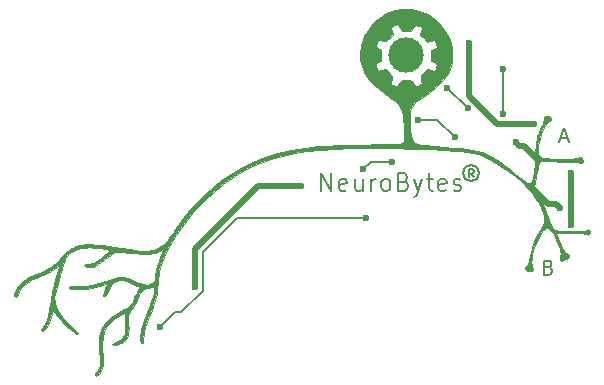
<source format=gbr>
G04 #@! TF.FileFunction,Copper,L1,Top,Signal*
%FSLAX46Y46*%
G04 Gerber Fmt 4.6, Leading zero omitted, Abs format (unit mm)*
G04 Created by KiCad (PCBNEW 4.0.7-e2-6376~58~ubuntu14.04.1) date Mon Aug  6 16:33:39 2018*
%MOMM*%
%LPD*%
G01*
G04 APERTURE LIST*
%ADD10C,0.100000*%
%ADD11C,0.170000*%
%ADD12C,0.210000*%
%ADD13C,0.140000*%
%ADD14C,0.010000*%
%ADD15C,3.000000*%
%ADD16C,0.600000*%
%ADD17C,0.500000*%
%ADD18C,0.200000*%
G04 APERTURE END LIST*
D10*
D11*
X138555714Y-87454286D02*
X138727143Y-87511429D01*
X138784286Y-87568571D01*
X138841429Y-87682857D01*
X138841429Y-87854286D01*
X138784286Y-87968571D01*
X138727143Y-88025714D01*
X138612857Y-88082857D01*
X138155714Y-88082857D01*
X138155714Y-86882857D01*
X138555714Y-86882857D01*
X138670000Y-86940000D01*
X138727143Y-86997143D01*
X138784286Y-87111429D01*
X138784286Y-87225714D01*
X138727143Y-87340000D01*
X138670000Y-87397143D01*
X138555714Y-87454286D01*
X138155714Y-87454286D01*
X139584286Y-76540000D02*
X140155715Y-76540000D01*
X139470001Y-76882857D02*
X139870001Y-75682857D01*
X140270001Y-76882857D01*
D12*
X119307143Y-80978571D02*
X119307143Y-79478571D01*
X120164286Y-80978571D01*
X120164286Y-79478571D01*
X121450000Y-80907143D02*
X121307143Y-80978571D01*
X121021429Y-80978571D01*
X120878572Y-80907143D01*
X120807143Y-80764286D01*
X120807143Y-80192857D01*
X120878572Y-80050000D01*
X121021429Y-79978571D01*
X121307143Y-79978571D01*
X121450000Y-80050000D01*
X121521429Y-80192857D01*
X121521429Y-80335714D01*
X120807143Y-80478571D01*
X122807143Y-79978571D02*
X122807143Y-80978571D01*
X122164286Y-79978571D02*
X122164286Y-80764286D01*
X122235714Y-80907143D01*
X122378572Y-80978571D01*
X122592857Y-80978571D01*
X122735714Y-80907143D01*
X122807143Y-80835714D01*
X123521429Y-80978571D02*
X123521429Y-79978571D01*
X123521429Y-80264286D02*
X123592857Y-80121429D01*
X123664286Y-80050000D01*
X123807143Y-79978571D01*
X123950000Y-79978571D01*
X124664286Y-80978571D02*
X124521428Y-80907143D01*
X124450000Y-80835714D01*
X124378571Y-80692857D01*
X124378571Y-80264286D01*
X124450000Y-80121429D01*
X124521428Y-80050000D01*
X124664286Y-79978571D01*
X124878571Y-79978571D01*
X125021428Y-80050000D01*
X125092857Y-80121429D01*
X125164286Y-80264286D01*
X125164286Y-80692857D01*
X125092857Y-80835714D01*
X125021428Y-80907143D01*
X124878571Y-80978571D01*
X124664286Y-80978571D01*
X126307143Y-80192857D02*
X126521429Y-80264286D01*
X126592857Y-80335714D01*
X126664286Y-80478571D01*
X126664286Y-80692857D01*
X126592857Y-80835714D01*
X126521429Y-80907143D01*
X126378571Y-80978571D01*
X125807143Y-80978571D01*
X125807143Y-79478571D01*
X126307143Y-79478571D01*
X126450000Y-79550000D01*
X126521429Y-79621429D01*
X126592857Y-79764286D01*
X126592857Y-79907143D01*
X126521429Y-80050000D01*
X126450000Y-80121429D01*
X126307143Y-80192857D01*
X125807143Y-80192857D01*
X127164286Y-79978571D02*
X127521429Y-80978571D01*
X127878571Y-79978571D02*
X127521429Y-80978571D01*
X127378571Y-81335714D01*
X127307143Y-81407143D01*
X127164286Y-81478571D01*
X128235714Y-79978571D02*
X128807143Y-79978571D01*
X128450000Y-79478571D02*
X128450000Y-80764286D01*
X128521428Y-80907143D01*
X128664286Y-80978571D01*
X128807143Y-80978571D01*
X129878571Y-80907143D02*
X129735714Y-80978571D01*
X129450000Y-80978571D01*
X129307143Y-80907143D01*
X129235714Y-80764286D01*
X129235714Y-80192857D01*
X129307143Y-80050000D01*
X129450000Y-79978571D01*
X129735714Y-79978571D01*
X129878571Y-80050000D01*
X129950000Y-80192857D01*
X129950000Y-80335714D01*
X129235714Y-80478571D01*
X130521428Y-80907143D02*
X130664285Y-80978571D01*
X130950000Y-80978571D01*
X131092857Y-80907143D01*
X131164285Y-80764286D01*
X131164285Y-80692857D01*
X131092857Y-80550000D01*
X130950000Y-80478571D01*
X130735714Y-80478571D01*
X130592857Y-80407143D01*
X130521428Y-80264286D01*
X130521428Y-80192857D01*
X130592857Y-80050000D01*
X130735714Y-79978571D01*
X130950000Y-79978571D01*
X131092857Y-80050000D01*
D13*
X132238095Y-79809524D02*
X132000000Y-79523810D01*
X131809524Y-79809524D02*
X131809524Y-79142857D01*
X132095238Y-79142857D01*
X132190476Y-79190476D01*
X132238095Y-79285714D01*
X132238095Y-79380952D01*
X132190476Y-79476190D01*
X132095238Y-79523810D01*
X131809524Y-79523810D01*
X132000000Y-78809524D02*
X131761905Y-78857143D01*
X131523809Y-79000000D01*
X131380952Y-79238095D01*
X131333333Y-79476190D01*
X131380952Y-79714286D01*
X131523809Y-79952381D01*
X131761905Y-80095238D01*
X132000000Y-80142857D01*
X132238095Y-80095238D01*
X132476190Y-79952381D01*
X132619047Y-79714286D01*
X132666667Y-79476190D01*
X132619047Y-79238095D01*
X132476190Y-79000000D01*
X132238095Y-78857143D01*
X132000000Y-78809524D01*
D14*
G36*
X126989298Y-65598105D02*
X127585206Y-65717300D01*
X128123268Y-65913393D01*
X128618197Y-66193675D01*
X129084707Y-66565438D01*
X129237691Y-66712201D01*
X129654444Y-67185662D01*
X129976110Y-67681269D01*
X130208700Y-68211100D01*
X130358228Y-68787234D01*
X130397168Y-69041607D01*
X130422045Y-69602973D01*
X130352803Y-70143975D01*
X130188481Y-70666078D01*
X129928118Y-71170749D01*
X129570755Y-71659453D01*
X129115430Y-72133654D01*
X128561183Y-72594819D01*
X127907054Y-73044413D01*
X127683800Y-73181693D01*
X127369954Y-73398530D01*
X127138451Y-73628810D01*
X126970234Y-73892372D01*
X126940272Y-73955800D01*
X126868621Y-74185210D01*
X126822164Y-74481850D01*
X126799562Y-74825772D01*
X126799478Y-75197029D01*
X126820575Y-75575675D01*
X126861513Y-75941764D01*
X126920955Y-76275349D01*
X126997563Y-76556484D01*
X127090000Y-76765222D01*
X127132792Y-76825996D01*
X127270768Y-76943176D01*
X127435030Y-77024789D01*
X127445765Y-77027982D01*
X127546228Y-77045946D01*
X127732330Y-77069360D01*
X127988351Y-77096637D01*
X128298574Y-77126190D01*
X128647281Y-77156433D01*
X128979200Y-77182791D01*
X129774730Y-77247414D01*
X130477282Y-77313965D01*
X131095475Y-77383991D01*
X131637928Y-77459043D01*
X132113262Y-77540669D01*
X132530096Y-77630417D01*
X132897052Y-77729836D01*
X133222748Y-77840476D01*
X133515805Y-77963885D01*
X133627400Y-78017966D01*
X133967779Y-78209876D01*
X134370205Y-78473234D01*
X134828850Y-78803885D01*
X135337889Y-79197674D01*
X135745062Y-79528496D01*
X136089790Y-79809841D01*
X136368362Y-80026087D01*
X136589471Y-80180839D01*
X136761810Y-80277703D01*
X136894071Y-80320282D01*
X136994948Y-80312182D01*
X137073132Y-80257009D01*
X137137318Y-80158367D01*
X137157986Y-80114461D01*
X137218471Y-79952072D01*
X137268713Y-79755738D01*
X137310199Y-79513391D01*
X137344419Y-79212964D01*
X137372862Y-78842390D01*
X137397017Y-78389603D01*
X137410178Y-78070600D01*
X137430661Y-77616350D01*
X137457347Y-77241460D01*
X137495010Y-76923697D01*
X137548425Y-76640831D01*
X137622366Y-76370631D01*
X137721608Y-76090866D01*
X137850923Y-75779304D01*
X137950124Y-75556375D01*
X138048339Y-75324978D01*
X138128409Y-75109349D01*
X138181016Y-74936319D01*
X138197120Y-74845175D01*
X138210966Y-74724062D01*
X138261647Y-74670314D01*
X138369910Y-74650813D01*
X138546153Y-74663997D01*
X138678305Y-74728509D01*
X138755197Y-74825172D01*
X138765660Y-74934806D01*
X138698526Y-75038236D01*
X138623383Y-75086055D01*
X138433982Y-75225817D01*
X138251144Y-75454777D01*
X138081294Y-75760533D01*
X137930857Y-76130684D01*
X137806259Y-76552828D01*
X137761885Y-76748898D01*
X137692836Y-77174263D01*
X137674110Y-77531916D01*
X137705126Y-77816352D01*
X137785304Y-78022064D01*
X137908428Y-78140606D01*
X138007646Y-78168379D01*
X138190193Y-78195852D01*
X138437802Y-78221891D01*
X138732205Y-78245361D01*
X139055136Y-78265124D01*
X139388327Y-78280046D01*
X139713510Y-78288991D01*
X140012419Y-78290823D01*
X140240486Y-78285596D01*
X140586273Y-78263908D01*
X140837389Y-78231664D01*
X141000304Y-78187973D01*
X141022991Y-78177723D01*
X141180443Y-78111758D01*
X141283668Y-78111152D01*
X141360697Y-78181630D01*
X141403441Y-78255441D01*
X141455491Y-78393805D01*
X141442334Y-78508128D01*
X141431234Y-78534841D01*
X141351990Y-78633503D01*
X141238648Y-78643277D01*
X141090520Y-78570993D01*
X141037057Y-78543761D01*
X140961975Y-78523226D01*
X140852020Y-78508604D01*
X140693936Y-78499109D01*
X140474470Y-78493956D01*
X140180367Y-78492360D01*
X139798371Y-78493536D01*
X139784208Y-78493612D01*
X139426763Y-78493738D01*
X139084026Y-78490502D01*
X138775622Y-78484348D01*
X138521174Y-78475716D01*
X138340307Y-78465048D01*
X138290302Y-78459978D01*
X138111315Y-78445451D01*
X137965926Y-78448286D01*
X137896601Y-78463684D01*
X137820382Y-78529953D01*
X137752909Y-78644994D01*
X137690345Y-78820613D01*
X137628854Y-79068614D01*
X137564600Y-79400802D01*
X137534028Y-79579298D01*
X137484099Y-79862282D01*
X137432871Y-80123053D01*
X137385200Y-80338817D01*
X137345940Y-80486782D01*
X137332807Y-80523998D01*
X137283579Y-80666611D01*
X137259959Y-80783781D01*
X137259600Y-80794042D01*
X137287111Y-80869863D01*
X137362359Y-81009838D01*
X137474415Y-81195171D01*
X137612351Y-81407063D01*
X137638362Y-81445511D01*
X137854662Y-81770150D01*
X138022797Y-82042542D01*
X138156778Y-82290791D01*
X138270616Y-82543004D01*
X138378320Y-82827288D01*
X138484678Y-83143297D01*
X138623149Y-83540793D01*
X138752215Y-83848274D01*
X138877007Y-84076280D01*
X139002655Y-84235350D01*
X139027981Y-84259494D01*
X139067649Y-84288322D01*
X139123555Y-84310745D01*
X139208261Y-84327700D01*
X139334328Y-84340124D01*
X139514317Y-84348951D01*
X139760791Y-84355119D01*
X140086312Y-84359563D01*
X140410035Y-84362491D01*
X140807236Y-84365115D01*
X141115434Y-84365377D01*
X141347212Y-84362549D01*
X141515155Y-84355902D01*
X141631845Y-84344710D01*
X141709866Y-84328244D01*
X141761802Y-84305778D01*
X141793626Y-84282476D01*
X141897382Y-84233211D01*
X141979434Y-84262722D01*
X142028322Y-84348702D01*
X142032588Y-84468843D01*
X141980771Y-84600839D01*
X141967278Y-84620522D01*
X141897489Y-84682677D01*
X141809925Y-84664406D01*
X141791548Y-84654952D01*
X141670233Y-84615878D01*
X141472951Y-84581807D01*
X141217612Y-84553256D01*
X140922126Y-84530742D01*
X140604401Y-84514781D01*
X140282348Y-84505891D01*
X139973876Y-84504590D01*
X139696895Y-84511393D01*
X139469315Y-84526819D01*
X139309045Y-84551384D01*
X139237664Y-84581215D01*
X139222472Y-84643595D01*
X139255596Y-84763079D01*
X139340821Y-84952455D01*
X139357373Y-84985767D01*
X139465743Y-85216411D01*
X139573808Y-85469584D01*
X139648897Y-85665200D01*
X139755672Y-85925658D01*
X139866186Y-86099792D01*
X139992352Y-86202546D01*
X140109157Y-86242731D01*
X140244271Y-86303982D01*
X140299188Y-86405493D01*
X140277247Y-86529697D01*
X140181789Y-86659027D01*
X140016155Y-86775917D01*
X140006855Y-86780731D01*
X139788874Y-86867711D01*
X139632665Y-86876697D01*
X139540868Y-86809298D01*
X139516122Y-86667124D01*
X139546519Y-86500114D01*
X139579306Y-86300182D01*
X139566516Y-86078696D01*
X139504523Y-85820588D01*
X139389701Y-85510789D01*
X139218424Y-85134230D01*
X139217248Y-85131800D01*
X139062742Y-84838602D01*
X138900172Y-84575389D01*
X138740201Y-84356032D01*
X138593492Y-84194402D01*
X138470706Y-84104372D01*
X138416772Y-84090400D01*
X138341472Y-84124622D01*
X138224432Y-84213900D01*
X138104121Y-84326052D01*
X137909351Y-84563670D01*
X137724602Y-84863351D01*
X137554883Y-85208179D01*
X137405201Y-85581244D01*
X137280566Y-85965629D01*
X137185985Y-86344424D01*
X137126468Y-86700713D01*
X137107021Y-87017583D01*
X137132655Y-87278122D01*
X137185492Y-87428281D01*
X137243678Y-87591658D01*
X137213582Y-87705252D01*
X137093774Y-87771629D01*
X136983871Y-87789398D01*
X136803385Y-87775105D01*
X136654186Y-87710733D01*
X136563491Y-87611480D01*
X136548400Y-87546203D01*
X136583568Y-87450499D01*
X136670900Y-87334756D01*
X136699479Y-87306074D01*
X136763078Y-87236868D01*
X136815560Y-87151393D01*
X136863654Y-87031148D01*
X136914087Y-86857633D01*
X136973585Y-86612347D01*
X137009807Y-86452677D01*
X137139176Y-85922128D01*
X137273560Y-85472268D01*
X137420588Y-85082219D01*
X137587890Y-84731102D01*
X137729033Y-84484388D01*
X137893109Y-84214455D01*
X138010958Y-84011565D01*
X138090213Y-83856613D01*
X138138507Y-83730494D01*
X138163474Y-83614104D01*
X138172749Y-83488337D01*
X138174000Y-83370769D01*
X138148329Y-83064285D01*
X138068101Y-82743639D01*
X137928491Y-82398512D01*
X137724673Y-82018585D01*
X137451821Y-81593539D01*
X137140002Y-81159556D01*
X136845537Y-80794961D01*
X136511253Y-80439036D01*
X136125843Y-80081799D01*
X135678000Y-79713266D01*
X135156415Y-79323456D01*
X134694005Y-79000185D01*
X134203014Y-78674414D01*
X133765954Y-78408573D01*
X133361445Y-78194843D01*
X132968110Y-78025406D01*
X132564572Y-77892445D01*
X132129453Y-77788141D01*
X131641375Y-77704678D01*
X131078960Y-77634237D01*
X130909600Y-77616231D01*
X130498754Y-77579134D01*
X129999285Y-77542934D01*
X129424167Y-77508103D01*
X128786378Y-77475116D01*
X128098891Y-77444444D01*
X127374682Y-77416562D01*
X126626728Y-77391941D01*
X125868003Y-77371056D01*
X125111483Y-77354380D01*
X124370144Y-77342385D01*
X123656961Y-77335544D01*
X123171070Y-77334076D01*
X121771717Y-77352007D01*
X120461873Y-77406833D01*
X119235689Y-77500386D01*
X118087315Y-77634499D01*
X117010904Y-77811004D01*
X116000605Y-78031732D01*
X115050569Y-78298516D01*
X114154947Y-78613189D01*
X113307891Y-78977581D01*
X112503551Y-79393526D01*
X111736079Y-79862856D01*
X110999624Y-80387402D01*
X110288338Y-80968997D01*
X109631442Y-81575205D01*
X109038218Y-82179314D01*
X108468782Y-82810137D01*
X107930755Y-83456870D01*
X107431759Y-84108713D01*
X106979416Y-84754862D01*
X106581347Y-85384517D01*
X106245173Y-85986875D01*
X105978517Y-86551134D01*
X105814951Y-86984313D01*
X105734866Y-87241332D01*
X105670847Y-87479825D01*
X105618619Y-87722988D01*
X105573907Y-87994015D01*
X105532436Y-88316103D01*
X105489930Y-88712446D01*
X105482241Y-88789400D01*
X105446132Y-89140396D01*
X105410876Y-89436608D01*
X105371767Y-89696125D01*
X105324100Y-89937033D01*
X105263169Y-90177421D01*
X105184268Y-90435375D01*
X105082693Y-90728984D01*
X104953737Y-91076336D01*
X104792695Y-91495517D01*
X104748754Y-91608800D01*
X104564294Y-92101944D01*
X104424882Y-92518001D01*
X104327372Y-92869323D01*
X104268616Y-93168263D01*
X104245465Y-93427173D01*
X104247725Y-93574942D01*
X104254126Y-93741263D01*
X104243185Y-93831834D01*
X104207108Y-93872055D01*
X104152495Y-93885397D01*
X104068935Y-93870835D01*
X104015610Y-93792210D01*
X103990153Y-93639552D01*
X103990196Y-93402888D01*
X103999631Y-93241617D01*
X104025148Y-93017598D01*
X104073222Y-92772370D01*
X104147975Y-92492176D01*
X104253522Y-92163260D01*
X104393984Y-91771865D01*
X104573478Y-91304234D01*
X104599193Y-91238900D01*
X104793227Y-90728025D01*
X104941090Y-90294308D01*
X105046275Y-89926272D01*
X105112276Y-89612440D01*
X105128355Y-89500600D01*
X105151708Y-89326273D01*
X105174959Y-89177033D01*
X105183661Y-89130225D01*
X105194323Y-89054616D01*
X105165487Y-89041211D01*
X105073665Y-89083223D01*
X105054763Y-89092977D01*
X104907455Y-89148885D01*
X104722340Y-89193837D01*
X104659575Y-89203790D01*
X104449051Y-89243831D01*
X104278369Y-89311481D01*
X104135028Y-89420121D01*
X104006529Y-89583130D01*
X103880370Y-89813888D01*
X103744053Y-90125776D01*
X103703103Y-90227594D01*
X103563244Y-90541957D01*
X103416869Y-90787224D01*
X103273458Y-90965159D01*
X103130641Y-91134416D01*
X103032183Y-91292275D01*
X102972878Y-91461159D01*
X102947517Y-91663493D01*
X102950895Y-91921701D01*
X102976460Y-92244206D01*
X103001615Y-92638050D01*
X102990666Y-92952959D01*
X102939882Y-93206302D01*
X102845532Y-93415450D01*
X102703884Y-93597772D01*
X102680586Y-93621626D01*
X102517559Y-93758373D01*
X102328103Y-93877087D01*
X102130488Y-93971644D01*
X101942988Y-94035921D01*
X101783872Y-94063793D01*
X101671412Y-94049137D01*
X101623880Y-93985830D01*
X101623400Y-93975953D01*
X101651581Y-93910614D01*
X101745791Y-93841698D01*
X101920526Y-93759325D01*
X101973082Y-93737659D01*
X102288707Y-93582489D01*
X102510255Y-93408846D01*
X102644438Y-93211095D01*
X102665450Y-93156229D01*
X102678511Y-93069635D01*
X102689034Y-92909466D01*
X102696945Y-92695097D01*
X102702170Y-92445901D01*
X102704636Y-92181252D01*
X102704270Y-91920525D01*
X102700998Y-91683092D01*
X102694748Y-91488328D01*
X102685445Y-91355608D01*
X102673016Y-91304304D01*
X102672464Y-91304219D01*
X102601343Y-91331399D01*
X102467077Y-91405354D01*
X102288960Y-91513477D01*
X102086287Y-91643161D01*
X101878351Y-91781797D01*
X101684447Y-91916779D01*
X101523869Y-92035498D01*
X101416132Y-92125140D01*
X101140947Y-92454781D01*
X100936555Y-92854091D01*
X100803834Y-93319016D01*
X100743661Y-93845507D01*
X100756916Y-94429511D01*
X100814891Y-94898646D01*
X100861660Y-95321025D01*
X100849074Y-95676431D01*
X100773243Y-95983017D01*
X100630279Y-96258937D01*
X100482470Y-96450080D01*
X100342981Y-96586662D01*
X100241228Y-96632816D01*
X100171987Y-96590184D01*
X100153966Y-96553296D01*
X100165693Y-96452206D01*
X100253040Y-96305933D01*
X100278338Y-96273382D01*
X100396156Y-96112600D01*
X100482602Y-95953434D01*
X100539437Y-95780087D01*
X100568418Y-95576764D01*
X100571304Y-95327667D01*
X100549853Y-95016999D01*
X100505825Y-94628964D01*
X100481854Y-94445322D01*
X100456041Y-93875360D01*
X100529421Y-93289589D01*
X100636783Y-92878800D01*
X100748966Y-92586032D01*
X100897419Y-92321294D01*
X101092735Y-92074112D01*
X101345503Y-91834014D01*
X101666317Y-91590529D01*
X102065768Y-91333184D01*
X102394150Y-91141282D01*
X102629371Y-91005217D01*
X102843900Y-90876096D01*
X103016131Y-90767263D01*
X103124460Y-90692062D01*
X103134372Y-90684082D01*
X103231648Y-90564473D01*
X103345894Y-90358903D01*
X103470080Y-90080132D01*
X103478482Y-90059400D01*
X103580493Y-89822217D01*
X103688849Y-89596223D01*
X103787600Y-89413602D01*
X103836461Y-89337038D01*
X103989702Y-89122677D01*
X103822551Y-89051152D01*
X103699241Y-88997644D01*
X103516128Y-88917310D01*
X103306224Y-88824651D01*
X103233183Y-88792277D01*
X103004498Y-88698196D01*
X102772640Y-88614945D01*
X102579353Y-88557223D01*
X102539484Y-88547984D01*
X102245281Y-88523477D01*
X101981330Y-88583167D01*
X101741909Y-88731024D01*
X101521294Y-88971020D01*
X101313765Y-89307125D01*
X101243719Y-89447035D01*
X101133922Y-89665024D01*
X101049721Y-89800976D01*
X100981679Y-89868225D01*
X100936155Y-89881600D01*
X100859883Y-89853247D01*
X100840231Y-89764082D01*
X100878176Y-89607941D01*
X100974695Y-89378664D01*
X101035836Y-89253295D01*
X101129246Y-89064082D01*
X101179301Y-88949318D01*
X101189809Y-88893464D01*
X101164580Y-88880980D01*
X101124736Y-88890655D01*
X100267529Y-89122708D01*
X99440363Y-89266947D01*
X98650859Y-89322086D01*
X98566854Y-89322656D01*
X98300882Y-89319300D01*
X98120804Y-89306497D01*
X98011069Y-89280439D01*
X97956129Y-89237317D01*
X97940433Y-89173322D01*
X97940400Y-89169198D01*
X97956571Y-89096176D01*
X98017012Y-89055554D01*
X98139618Y-89042605D01*
X98342282Y-89052596D01*
X98372200Y-89055059D01*
X98813651Y-89062210D01*
X99322781Y-89018116D01*
X99881672Y-88926275D01*
X100472411Y-88790183D01*
X101077082Y-88613335D01*
X101621978Y-88420840D01*
X101892649Y-88326468D01*
X102129690Y-88270968D01*
X102354611Y-88256298D01*
X102588926Y-88284413D01*
X102854147Y-88357270D01*
X103171787Y-88476826D01*
X103426800Y-88584967D01*
X103868941Y-88761292D01*
X104240424Y-88872358D01*
X104548161Y-88918521D01*
X104799061Y-88900137D01*
X105000039Y-88817563D01*
X105155721Y-88674072D01*
X105228654Y-88529019D01*
X105255600Y-88382803D01*
X105276686Y-88104024D01*
X105335202Y-87760176D01*
X105424032Y-87377504D01*
X105536064Y-86982254D01*
X105664181Y-86600671D01*
X105801270Y-86259001D01*
X105871780Y-86109700D01*
X105944215Y-85960692D01*
X105990229Y-85855447D01*
X105999916Y-85817600D01*
X105952584Y-85846369D01*
X105853518Y-85919609D01*
X105787786Y-85970964D01*
X105623840Y-86075797D01*
X105420304Y-86172646D01*
X105310901Y-86212264D01*
X105085527Y-86258963D01*
X104781712Y-86288303D01*
X104421096Y-86300425D01*
X104025321Y-86295470D01*
X103616026Y-86273578D01*
X103214851Y-86234891D01*
X102944200Y-86196880D01*
X102592293Y-86142935D01*
X102313252Y-86113825D01*
X102085198Y-86115889D01*
X101886254Y-86155467D01*
X101694540Y-86238899D01*
X101488178Y-86372525D01*
X101245290Y-86562685D01*
X101014292Y-86756125D01*
X100697487Y-87010843D01*
X100426876Y-87195219D01*
X100184866Y-87317991D01*
X99953861Y-87387895D01*
X99716269Y-87413670D01*
X99689168Y-87414184D01*
X99455772Y-87401753D01*
X99316060Y-87357120D01*
X99266857Y-87278770D01*
X99278260Y-87218014D01*
X99323871Y-87171163D01*
X99428749Y-87145831D01*
X99613071Y-87137361D01*
X99627905Y-87137284D01*
X99878791Y-87118925D01*
X100102561Y-87058114D01*
X100325356Y-86943380D01*
X100573313Y-86763255D01*
X100678211Y-86676431D01*
X100876239Y-86511421D01*
X101088894Y-86338843D01*
X101271358Y-86195051D01*
X101277251Y-86190523D01*
X101552544Y-85979246D01*
X101410172Y-85948943D01*
X100995252Y-85874297D01*
X100553994Y-85818798D01*
X100110270Y-85783663D01*
X99687952Y-85770109D01*
X99310913Y-85779351D01*
X99003026Y-85812606D01*
X98946200Y-85823421D01*
X98608146Y-85924989D01*
X98284208Y-86077979D01*
X97996291Y-86267967D01*
X97766303Y-86480532D01*
X97617690Y-86697989D01*
X97582250Y-86793933D01*
X97525839Y-86972567D01*
X97453022Y-87218241D01*
X97368362Y-87515306D01*
X97276424Y-87848112D01*
X97206167Y-88109025D01*
X97111315Y-88463586D01*
X97020727Y-88799146D01*
X96939013Y-89098865D01*
X96870784Y-89345899D01*
X96820651Y-89523405D01*
X96798699Y-89597573D01*
X96723430Y-90001912D01*
X96746699Y-90414824D01*
X96868893Y-90837111D01*
X97090397Y-91269575D01*
X97411597Y-91713018D01*
X97832879Y-92168242D01*
X98196084Y-92501752D01*
X98383293Y-92669032D01*
X98536743Y-92816067D01*
X98642687Y-92928922D01*
X98687382Y-92993666D01*
X98687637Y-93000050D01*
X98628031Y-93067084D01*
X98516885Y-93055951D01*
X98351383Y-92965529D01*
X98128713Y-92794699D01*
X98090409Y-92762242D01*
X97639861Y-92349179D01*
X97253973Y-91938785D01*
X96944340Y-91544022D01*
X96799201Y-91318720D01*
X96684337Y-91131165D01*
X96610235Y-91031620D01*
X96573845Y-91016428D01*
X96568800Y-91042598D01*
X96550077Y-91206635D01*
X96500058Y-91432722D01*
X96427962Y-91689737D01*
X96343010Y-91946557D01*
X96254423Y-92172062D01*
X96201086Y-92283689D01*
X96085481Y-92470797D01*
X95952482Y-92640306D01*
X95819900Y-92773878D01*
X95705547Y-92853175D01*
X95636924Y-92864531D01*
X95568853Y-92800252D01*
X95577693Y-92689722D01*
X95659992Y-92548857D01*
X95720404Y-92479467D01*
X95906906Y-92239650D01*
X96061427Y-91938526D01*
X96187144Y-91566597D01*
X96287234Y-91114365D01*
X96364872Y-90572331D01*
X96368300Y-90542000D01*
X96391155Y-90349844D01*
X96416402Y-90171213D01*
X96447377Y-89991304D01*
X96487416Y-89795315D01*
X96539856Y-89568443D01*
X96608034Y-89295885D01*
X96695285Y-88962840D01*
X96804948Y-88554503D01*
X96872127Y-88306800D01*
X96951936Y-88009470D01*
X97021556Y-87743095D01*
X97076812Y-87524225D01*
X97113531Y-87369411D01*
X97127538Y-87295205D01*
X97127568Y-87293995D01*
X97101175Y-87267699D01*
X97019555Y-87321751D01*
X96987900Y-87350016D01*
X96721956Y-87564786D01*
X96394847Y-87771299D01*
X95994214Y-87976403D01*
X95507700Y-88186947D01*
X95400400Y-88229761D01*
X95154291Y-88330882D01*
X94905590Y-88439875D01*
X94694360Y-88538943D01*
X94623566Y-88574829D01*
X94374435Y-88737864D01*
X94129632Y-88953630D01*
X93914062Y-89195650D01*
X93752632Y-89437441D01*
X93695737Y-89561304D01*
X93606893Y-89769917D01*
X93523845Y-89887383D01*
X93438420Y-89923191D01*
X93392350Y-89913473D01*
X93339196Y-89860104D01*
X93338086Y-89753467D01*
X93390893Y-89583337D01*
X93496031Y-89346654D01*
X93676781Y-89036821D01*
X93906914Y-88766767D01*
X94198789Y-88526703D01*
X94564765Y-88306836D01*
X95017201Y-88097377D01*
X95131663Y-88050887D01*
X95647327Y-87834649D01*
X96077397Y-87627700D01*
X96436194Y-87420903D01*
X96738041Y-87205121D01*
X96997257Y-86971217D01*
X97222800Y-86716766D01*
X97550154Y-86338753D01*
X97857902Y-86048815D01*
X98156158Y-85837872D01*
X98270600Y-85775795D01*
X98527520Y-85663698D01*
X98798400Y-85579687D01*
X99094113Y-85523635D01*
X99425536Y-85495412D01*
X99803542Y-85494890D01*
X100239006Y-85521941D01*
X100742804Y-85576436D01*
X101325810Y-85658246D01*
X101801200Y-85734069D01*
X102464666Y-85841525D01*
X103038173Y-85927784D01*
X103531223Y-85992399D01*
X103953313Y-86034926D01*
X104313944Y-86054919D01*
X104622616Y-86051933D01*
X104888828Y-86025522D01*
X105122080Y-85975240D01*
X105331871Y-85900643D01*
X105527703Y-85801284D01*
X105719073Y-85676718D01*
X105896160Y-85542036D01*
X106054949Y-85409952D01*
X106192768Y-85280968D01*
X106324344Y-85137695D01*
X106464408Y-84962743D01*
X106627690Y-84738723D01*
X106828917Y-84448245D01*
X106854992Y-84410035D01*
X107459740Y-83556614D01*
X108053738Y-82789394D01*
X108648817Y-82095514D01*
X109256806Y-81462118D01*
X109889535Y-80876345D01*
X110558834Y-80325337D01*
X110742000Y-80184899D01*
X111631808Y-79563555D01*
X112560197Y-79017214D01*
X113533624Y-78543562D01*
X114558545Y-78140284D01*
X115641415Y-77805067D01*
X116788691Y-77535597D01*
X118006828Y-77329559D01*
X119047800Y-77207780D01*
X119298427Y-77188173D01*
X119641532Y-77168104D01*
X120067994Y-77147860D01*
X120568693Y-77127724D01*
X121134509Y-77107983D01*
X121756322Y-77088921D01*
X122425012Y-77070822D01*
X123131458Y-77053973D01*
X123866542Y-77038658D01*
X124621141Y-77025162D01*
X125152518Y-77017001D01*
X125480051Y-77011869D01*
X125721856Y-77005821D01*
X125893799Y-76996759D01*
X126011746Y-76982585D01*
X126091563Y-76961202D01*
X126149115Y-76930511D01*
X126200267Y-76888415D01*
X126212903Y-76876800D01*
X126350169Y-76749800D01*
X126320396Y-75911600D01*
X126295725Y-75373951D01*
X126259356Y-74924116D01*
X126205292Y-74548470D01*
X126127539Y-74233386D01*
X126020102Y-73965238D01*
X125876988Y-73730402D01*
X125692201Y-73515252D01*
X125459746Y-73306161D01*
X125173629Y-73089504D01*
X125036480Y-72993295D01*
X124519027Y-72623506D01*
X124085281Y-72284594D01*
X123725668Y-71967175D01*
X123430612Y-71661867D01*
X123190536Y-71359288D01*
X122995867Y-71050054D01*
X122933904Y-70933010D01*
X122738143Y-70435241D01*
X122629726Y-69901013D01*
X122607784Y-69344267D01*
X122671443Y-68778944D01*
X122688435Y-68714821D01*
X123899200Y-68714821D01*
X123938382Y-68752405D01*
X124040055Y-68826131D01*
X124153200Y-68901200D01*
X124407200Y-69064191D01*
X124407148Y-69503395D01*
X124407096Y-69942600D01*
X124148966Y-70087581D01*
X124009776Y-70171224D01*
X123935126Y-70245035D01*
X123918958Y-70335643D01*
X123955214Y-70469678D01*
X124023428Y-70639332D01*
X124099808Y-70822135D01*
X124774016Y-70668347D01*
X125051442Y-70940473D01*
X125173309Y-71059180D01*
X125251823Y-71146702D01*
X125292875Y-71228321D01*
X125302354Y-71329317D01*
X125286152Y-71474973D01*
X125250157Y-71690569D01*
X125240109Y-71750247D01*
X125227435Y-71858190D01*
X125249091Y-71925379D01*
X125325732Y-71979346D01*
X125456159Y-72038235D01*
X125599659Y-72098587D01*
X125701304Y-72138855D01*
X125729966Y-72148288D01*
X125768191Y-72110507D01*
X125841228Y-72007771D01*
X125926667Y-71873000D01*
X126007975Y-71741875D01*
X126076887Y-71657805D01*
X126156958Y-71612731D01*
X126271742Y-71598594D01*
X126444792Y-71607334D01*
X126648350Y-71626076D01*
X126984500Y-71657831D01*
X127129252Y-71905681D01*
X127212076Y-72037847D01*
X127275993Y-72122346D01*
X127301340Y-72140265D01*
X127360480Y-72115415D01*
X127482161Y-72066223D01*
X127574942Y-72029210D01*
X127718029Y-71968562D01*
X127787186Y-71917043D01*
X127803372Y-71847477D01*
X127790455Y-71749810D01*
X127750526Y-71515527D01*
X127729543Y-71356677D01*
X127733242Y-71247955D01*
X127767361Y-71164055D01*
X127837636Y-71079673D01*
X127949807Y-70969503D01*
X127972375Y-70947449D01*
X128242657Y-70682298D01*
X128567471Y-70758072D01*
X128734802Y-70794541D01*
X128857213Y-70816380D01*
X128907150Y-70818982D01*
X128947646Y-70750275D01*
X129000600Y-70627377D01*
X129053381Y-70484951D01*
X129093361Y-70357659D01*
X129107910Y-70280163D01*
X129106172Y-70272755D01*
X129051468Y-70223853D01*
X128939211Y-70143724D01*
X128852101Y-70086845D01*
X128623781Y-69942600D01*
X128623690Y-69508771D01*
X128623600Y-69074943D01*
X128877600Y-68926600D01*
X129014426Y-68841400D01*
X129106641Y-68773854D01*
X129131600Y-68744902D01*
X129113533Y-68683083D01*
X129066972Y-68558929D01*
X129022759Y-68449649D01*
X128946208Y-68290467D01*
X128881405Y-68217589D01*
X128832259Y-68212411D01*
X128736326Y-68237412D01*
X128584911Y-68273051D01*
X128499551Y-68292136D01*
X128248503Y-68347199D01*
X127975746Y-68074442D01*
X127702989Y-67801684D01*
X127778885Y-67475142D01*
X127812669Y-67304433D01*
X127827267Y-67175283D01*
X127820091Y-67117179D01*
X127752702Y-67079734D01*
X127632740Y-67029583D01*
X127493810Y-66978762D01*
X127369521Y-66939307D01*
X127293478Y-66923252D01*
X127284499Y-66925365D01*
X127249517Y-66975125D01*
X127175773Y-67082903D01*
X127105391Y-67186700D01*
X126942319Y-67428000D01*
X126525659Y-67426559D01*
X126109000Y-67425118D01*
X125941754Y-67148746D01*
X125774509Y-66872373D01*
X125509954Y-66976640D01*
X125362679Y-67036184D01*
X125260185Y-67080449D01*
X125230285Y-67096000D01*
X125233205Y-67149168D01*
X125255552Y-67273572D01*
X125290755Y-67434647D01*
X125366340Y-67758200D01*
X124802908Y-68330750D01*
X124516154Y-68262184D01*
X124350458Y-68224499D01*
X124222233Y-68198835D01*
X124172155Y-68191809D01*
X124129321Y-68232603D01*
X124064183Y-68335418D01*
X123993353Y-68468423D01*
X123933444Y-68599788D01*
X123901068Y-68697681D01*
X123899200Y-68714821D01*
X122688435Y-68714821D01*
X122819831Y-68218988D01*
X123052078Y-67678338D01*
X123148342Y-67504200D01*
X123317717Y-67257232D01*
X123546231Y-66982275D01*
X123810143Y-66703341D01*
X124085710Y-66444443D01*
X124349189Y-66229593D01*
X124525793Y-66111097D01*
X125038081Y-65862853D01*
X125594046Y-65687183D01*
X126168090Y-65589418D01*
X126734613Y-65574889D01*
X126989298Y-65598105D01*
X126989298Y-65598105D01*
G37*
X126989298Y-65598105D02*
X127585206Y-65717300D01*
X128123268Y-65913393D01*
X128618197Y-66193675D01*
X129084707Y-66565438D01*
X129237691Y-66712201D01*
X129654444Y-67185662D01*
X129976110Y-67681269D01*
X130208700Y-68211100D01*
X130358228Y-68787234D01*
X130397168Y-69041607D01*
X130422045Y-69602973D01*
X130352803Y-70143975D01*
X130188481Y-70666078D01*
X129928118Y-71170749D01*
X129570755Y-71659453D01*
X129115430Y-72133654D01*
X128561183Y-72594819D01*
X127907054Y-73044413D01*
X127683800Y-73181693D01*
X127369954Y-73398530D01*
X127138451Y-73628810D01*
X126970234Y-73892372D01*
X126940272Y-73955800D01*
X126868621Y-74185210D01*
X126822164Y-74481850D01*
X126799562Y-74825772D01*
X126799478Y-75197029D01*
X126820575Y-75575675D01*
X126861513Y-75941764D01*
X126920955Y-76275349D01*
X126997563Y-76556484D01*
X127090000Y-76765222D01*
X127132792Y-76825996D01*
X127270768Y-76943176D01*
X127435030Y-77024789D01*
X127445765Y-77027982D01*
X127546228Y-77045946D01*
X127732330Y-77069360D01*
X127988351Y-77096637D01*
X128298574Y-77126190D01*
X128647281Y-77156433D01*
X128979200Y-77182791D01*
X129774730Y-77247414D01*
X130477282Y-77313965D01*
X131095475Y-77383991D01*
X131637928Y-77459043D01*
X132113262Y-77540669D01*
X132530096Y-77630417D01*
X132897052Y-77729836D01*
X133222748Y-77840476D01*
X133515805Y-77963885D01*
X133627400Y-78017966D01*
X133967779Y-78209876D01*
X134370205Y-78473234D01*
X134828850Y-78803885D01*
X135337889Y-79197674D01*
X135745062Y-79528496D01*
X136089790Y-79809841D01*
X136368362Y-80026087D01*
X136589471Y-80180839D01*
X136761810Y-80277703D01*
X136894071Y-80320282D01*
X136994948Y-80312182D01*
X137073132Y-80257009D01*
X137137318Y-80158367D01*
X137157986Y-80114461D01*
X137218471Y-79952072D01*
X137268713Y-79755738D01*
X137310199Y-79513391D01*
X137344419Y-79212964D01*
X137372862Y-78842390D01*
X137397017Y-78389603D01*
X137410178Y-78070600D01*
X137430661Y-77616350D01*
X137457347Y-77241460D01*
X137495010Y-76923697D01*
X137548425Y-76640831D01*
X137622366Y-76370631D01*
X137721608Y-76090866D01*
X137850923Y-75779304D01*
X137950124Y-75556375D01*
X138048339Y-75324978D01*
X138128409Y-75109349D01*
X138181016Y-74936319D01*
X138197120Y-74845175D01*
X138210966Y-74724062D01*
X138261647Y-74670314D01*
X138369910Y-74650813D01*
X138546153Y-74663997D01*
X138678305Y-74728509D01*
X138755197Y-74825172D01*
X138765660Y-74934806D01*
X138698526Y-75038236D01*
X138623383Y-75086055D01*
X138433982Y-75225817D01*
X138251144Y-75454777D01*
X138081294Y-75760533D01*
X137930857Y-76130684D01*
X137806259Y-76552828D01*
X137761885Y-76748898D01*
X137692836Y-77174263D01*
X137674110Y-77531916D01*
X137705126Y-77816352D01*
X137785304Y-78022064D01*
X137908428Y-78140606D01*
X138007646Y-78168379D01*
X138190193Y-78195852D01*
X138437802Y-78221891D01*
X138732205Y-78245361D01*
X139055136Y-78265124D01*
X139388327Y-78280046D01*
X139713510Y-78288991D01*
X140012419Y-78290823D01*
X140240486Y-78285596D01*
X140586273Y-78263908D01*
X140837389Y-78231664D01*
X141000304Y-78187973D01*
X141022991Y-78177723D01*
X141180443Y-78111758D01*
X141283668Y-78111152D01*
X141360697Y-78181630D01*
X141403441Y-78255441D01*
X141455491Y-78393805D01*
X141442334Y-78508128D01*
X141431234Y-78534841D01*
X141351990Y-78633503D01*
X141238648Y-78643277D01*
X141090520Y-78570993D01*
X141037057Y-78543761D01*
X140961975Y-78523226D01*
X140852020Y-78508604D01*
X140693936Y-78499109D01*
X140474470Y-78493956D01*
X140180367Y-78492360D01*
X139798371Y-78493536D01*
X139784208Y-78493612D01*
X139426763Y-78493738D01*
X139084026Y-78490502D01*
X138775622Y-78484348D01*
X138521174Y-78475716D01*
X138340307Y-78465048D01*
X138290302Y-78459978D01*
X138111315Y-78445451D01*
X137965926Y-78448286D01*
X137896601Y-78463684D01*
X137820382Y-78529953D01*
X137752909Y-78644994D01*
X137690345Y-78820613D01*
X137628854Y-79068614D01*
X137564600Y-79400802D01*
X137534028Y-79579298D01*
X137484099Y-79862282D01*
X137432871Y-80123053D01*
X137385200Y-80338817D01*
X137345940Y-80486782D01*
X137332807Y-80523998D01*
X137283579Y-80666611D01*
X137259959Y-80783781D01*
X137259600Y-80794042D01*
X137287111Y-80869863D01*
X137362359Y-81009838D01*
X137474415Y-81195171D01*
X137612351Y-81407063D01*
X137638362Y-81445511D01*
X137854662Y-81770150D01*
X138022797Y-82042542D01*
X138156778Y-82290791D01*
X138270616Y-82543004D01*
X138378320Y-82827288D01*
X138484678Y-83143297D01*
X138623149Y-83540793D01*
X138752215Y-83848274D01*
X138877007Y-84076280D01*
X139002655Y-84235350D01*
X139027981Y-84259494D01*
X139067649Y-84288322D01*
X139123555Y-84310745D01*
X139208261Y-84327700D01*
X139334328Y-84340124D01*
X139514317Y-84348951D01*
X139760791Y-84355119D01*
X140086312Y-84359563D01*
X140410035Y-84362491D01*
X140807236Y-84365115D01*
X141115434Y-84365377D01*
X141347212Y-84362549D01*
X141515155Y-84355902D01*
X141631845Y-84344710D01*
X141709866Y-84328244D01*
X141761802Y-84305778D01*
X141793626Y-84282476D01*
X141897382Y-84233211D01*
X141979434Y-84262722D01*
X142028322Y-84348702D01*
X142032588Y-84468843D01*
X141980771Y-84600839D01*
X141967278Y-84620522D01*
X141897489Y-84682677D01*
X141809925Y-84664406D01*
X141791548Y-84654952D01*
X141670233Y-84615878D01*
X141472951Y-84581807D01*
X141217612Y-84553256D01*
X140922126Y-84530742D01*
X140604401Y-84514781D01*
X140282348Y-84505891D01*
X139973876Y-84504590D01*
X139696895Y-84511393D01*
X139469315Y-84526819D01*
X139309045Y-84551384D01*
X139237664Y-84581215D01*
X139222472Y-84643595D01*
X139255596Y-84763079D01*
X139340821Y-84952455D01*
X139357373Y-84985767D01*
X139465743Y-85216411D01*
X139573808Y-85469584D01*
X139648897Y-85665200D01*
X139755672Y-85925658D01*
X139866186Y-86099792D01*
X139992352Y-86202546D01*
X140109157Y-86242731D01*
X140244271Y-86303982D01*
X140299188Y-86405493D01*
X140277247Y-86529697D01*
X140181789Y-86659027D01*
X140016155Y-86775917D01*
X140006855Y-86780731D01*
X139788874Y-86867711D01*
X139632665Y-86876697D01*
X139540868Y-86809298D01*
X139516122Y-86667124D01*
X139546519Y-86500114D01*
X139579306Y-86300182D01*
X139566516Y-86078696D01*
X139504523Y-85820588D01*
X139389701Y-85510789D01*
X139218424Y-85134230D01*
X139217248Y-85131800D01*
X139062742Y-84838602D01*
X138900172Y-84575389D01*
X138740201Y-84356032D01*
X138593492Y-84194402D01*
X138470706Y-84104372D01*
X138416772Y-84090400D01*
X138341472Y-84124622D01*
X138224432Y-84213900D01*
X138104121Y-84326052D01*
X137909351Y-84563670D01*
X137724602Y-84863351D01*
X137554883Y-85208179D01*
X137405201Y-85581244D01*
X137280566Y-85965629D01*
X137185985Y-86344424D01*
X137126468Y-86700713D01*
X137107021Y-87017583D01*
X137132655Y-87278122D01*
X137185492Y-87428281D01*
X137243678Y-87591658D01*
X137213582Y-87705252D01*
X137093774Y-87771629D01*
X136983871Y-87789398D01*
X136803385Y-87775105D01*
X136654186Y-87710733D01*
X136563491Y-87611480D01*
X136548400Y-87546203D01*
X136583568Y-87450499D01*
X136670900Y-87334756D01*
X136699479Y-87306074D01*
X136763078Y-87236868D01*
X136815560Y-87151393D01*
X136863654Y-87031148D01*
X136914087Y-86857633D01*
X136973585Y-86612347D01*
X137009807Y-86452677D01*
X137139176Y-85922128D01*
X137273560Y-85472268D01*
X137420588Y-85082219D01*
X137587890Y-84731102D01*
X137729033Y-84484388D01*
X137893109Y-84214455D01*
X138010958Y-84011565D01*
X138090213Y-83856613D01*
X138138507Y-83730494D01*
X138163474Y-83614104D01*
X138172749Y-83488337D01*
X138174000Y-83370769D01*
X138148329Y-83064285D01*
X138068101Y-82743639D01*
X137928491Y-82398512D01*
X137724673Y-82018585D01*
X137451821Y-81593539D01*
X137140002Y-81159556D01*
X136845537Y-80794961D01*
X136511253Y-80439036D01*
X136125843Y-80081799D01*
X135678000Y-79713266D01*
X135156415Y-79323456D01*
X134694005Y-79000185D01*
X134203014Y-78674414D01*
X133765954Y-78408573D01*
X133361445Y-78194843D01*
X132968110Y-78025406D01*
X132564572Y-77892445D01*
X132129453Y-77788141D01*
X131641375Y-77704678D01*
X131078960Y-77634237D01*
X130909600Y-77616231D01*
X130498754Y-77579134D01*
X129999285Y-77542934D01*
X129424167Y-77508103D01*
X128786378Y-77475116D01*
X128098891Y-77444444D01*
X127374682Y-77416562D01*
X126626728Y-77391941D01*
X125868003Y-77371056D01*
X125111483Y-77354380D01*
X124370144Y-77342385D01*
X123656961Y-77335544D01*
X123171070Y-77334076D01*
X121771717Y-77352007D01*
X120461873Y-77406833D01*
X119235689Y-77500386D01*
X118087315Y-77634499D01*
X117010904Y-77811004D01*
X116000605Y-78031732D01*
X115050569Y-78298516D01*
X114154947Y-78613189D01*
X113307891Y-78977581D01*
X112503551Y-79393526D01*
X111736079Y-79862856D01*
X110999624Y-80387402D01*
X110288338Y-80968997D01*
X109631442Y-81575205D01*
X109038218Y-82179314D01*
X108468782Y-82810137D01*
X107930755Y-83456870D01*
X107431759Y-84108713D01*
X106979416Y-84754862D01*
X106581347Y-85384517D01*
X106245173Y-85986875D01*
X105978517Y-86551134D01*
X105814951Y-86984313D01*
X105734866Y-87241332D01*
X105670847Y-87479825D01*
X105618619Y-87722988D01*
X105573907Y-87994015D01*
X105532436Y-88316103D01*
X105489930Y-88712446D01*
X105482241Y-88789400D01*
X105446132Y-89140396D01*
X105410876Y-89436608D01*
X105371767Y-89696125D01*
X105324100Y-89937033D01*
X105263169Y-90177421D01*
X105184268Y-90435375D01*
X105082693Y-90728984D01*
X104953737Y-91076336D01*
X104792695Y-91495517D01*
X104748754Y-91608800D01*
X104564294Y-92101944D01*
X104424882Y-92518001D01*
X104327372Y-92869323D01*
X104268616Y-93168263D01*
X104245465Y-93427173D01*
X104247725Y-93574942D01*
X104254126Y-93741263D01*
X104243185Y-93831834D01*
X104207108Y-93872055D01*
X104152495Y-93885397D01*
X104068935Y-93870835D01*
X104015610Y-93792210D01*
X103990153Y-93639552D01*
X103990196Y-93402888D01*
X103999631Y-93241617D01*
X104025148Y-93017598D01*
X104073222Y-92772370D01*
X104147975Y-92492176D01*
X104253522Y-92163260D01*
X104393984Y-91771865D01*
X104573478Y-91304234D01*
X104599193Y-91238900D01*
X104793227Y-90728025D01*
X104941090Y-90294308D01*
X105046275Y-89926272D01*
X105112276Y-89612440D01*
X105128355Y-89500600D01*
X105151708Y-89326273D01*
X105174959Y-89177033D01*
X105183661Y-89130225D01*
X105194323Y-89054616D01*
X105165487Y-89041211D01*
X105073665Y-89083223D01*
X105054763Y-89092977D01*
X104907455Y-89148885D01*
X104722340Y-89193837D01*
X104659575Y-89203790D01*
X104449051Y-89243831D01*
X104278369Y-89311481D01*
X104135028Y-89420121D01*
X104006529Y-89583130D01*
X103880370Y-89813888D01*
X103744053Y-90125776D01*
X103703103Y-90227594D01*
X103563244Y-90541957D01*
X103416869Y-90787224D01*
X103273458Y-90965159D01*
X103130641Y-91134416D01*
X103032183Y-91292275D01*
X102972878Y-91461159D01*
X102947517Y-91663493D01*
X102950895Y-91921701D01*
X102976460Y-92244206D01*
X103001615Y-92638050D01*
X102990666Y-92952959D01*
X102939882Y-93206302D01*
X102845532Y-93415450D01*
X102703884Y-93597772D01*
X102680586Y-93621626D01*
X102517559Y-93758373D01*
X102328103Y-93877087D01*
X102130488Y-93971644D01*
X101942988Y-94035921D01*
X101783872Y-94063793D01*
X101671412Y-94049137D01*
X101623880Y-93985830D01*
X101623400Y-93975953D01*
X101651581Y-93910614D01*
X101745791Y-93841698D01*
X101920526Y-93759325D01*
X101973082Y-93737659D01*
X102288707Y-93582489D01*
X102510255Y-93408846D01*
X102644438Y-93211095D01*
X102665450Y-93156229D01*
X102678511Y-93069635D01*
X102689034Y-92909466D01*
X102696945Y-92695097D01*
X102702170Y-92445901D01*
X102704636Y-92181252D01*
X102704270Y-91920525D01*
X102700998Y-91683092D01*
X102694748Y-91488328D01*
X102685445Y-91355608D01*
X102673016Y-91304304D01*
X102672464Y-91304219D01*
X102601343Y-91331399D01*
X102467077Y-91405354D01*
X102288960Y-91513477D01*
X102086287Y-91643161D01*
X101878351Y-91781797D01*
X101684447Y-91916779D01*
X101523869Y-92035498D01*
X101416132Y-92125140D01*
X101140947Y-92454781D01*
X100936555Y-92854091D01*
X100803834Y-93319016D01*
X100743661Y-93845507D01*
X100756916Y-94429511D01*
X100814891Y-94898646D01*
X100861660Y-95321025D01*
X100849074Y-95676431D01*
X100773243Y-95983017D01*
X100630279Y-96258937D01*
X100482470Y-96450080D01*
X100342981Y-96586662D01*
X100241228Y-96632816D01*
X100171987Y-96590184D01*
X100153966Y-96553296D01*
X100165693Y-96452206D01*
X100253040Y-96305933D01*
X100278338Y-96273382D01*
X100396156Y-96112600D01*
X100482602Y-95953434D01*
X100539437Y-95780087D01*
X100568418Y-95576764D01*
X100571304Y-95327667D01*
X100549853Y-95016999D01*
X100505825Y-94628964D01*
X100481854Y-94445322D01*
X100456041Y-93875360D01*
X100529421Y-93289589D01*
X100636783Y-92878800D01*
X100748966Y-92586032D01*
X100897419Y-92321294D01*
X101092735Y-92074112D01*
X101345503Y-91834014D01*
X101666317Y-91590529D01*
X102065768Y-91333184D01*
X102394150Y-91141282D01*
X102629371Y-91005217D01*
X102843900Y-90876096D01*
X103016131Y-90767263D01*
X103124460Y-90692062D01*
X103134372Y-90684082D01*
X103231648Y-90564473D01*
X103345894Y-90358903D01*
X103470080Y-90080132D01*
X103478482Y-90059400D01*
X103580493Y-89822217D01*
X103688849Y-89596223D01*
X103787600Y-89413602D01*
X103836461Y-89337038D01*
X103989702Y-89122677D01*
X103822551Y-89051152D01*
X103699241Y-88997644D01*
X103516128Y-88917310D01*
X103306224Y-88824651D01*
X103233183Y-88792277D01*
X103004498Y-88698196D01*
X102772640Y-88614945D01*
X102579353Y-88557223D01*
X102539484Y-88547984D01*
X102245281Y-88523477D01*
X101981330Y-88583167D01*
X101741909Y-88731024D01*
X101521294Y-88971020D01*
X101313765Y-89307125D01*
X101243719Y-89447035D01*
X101133922Y-89665024D01*
X101049721Y-89800976D01*
X100981679Y-89868225D01*
X100936155Y-89881600D01*
X100859883Y-89853247D01*
X100840231Y-89764082D01*
X100878176Y-89607941D01*
X100974695Y-89378664D01*
X101035836Y-89253295D01*
X101129246Y-89064082D01*
X101179301Y-88949318D01*
X101189809Y-88893464D01*
X101164580Y-88880980D01*
X101124736Y-88890655D01*
X100267529Y-89122708D01*
X99440363Y-89266947D01*
X98650859Y-89322086D01*
X98566854Y-89322656D01*
X98300882Y-89319300D01*
X98120804Y-89306497D01*
X98011069Y-89280439D01*
X97956129Y-89237317D01*
X97940433Y-89173322D01*
X97940400Y-89169198D01*
X97956571Y-89096176D01*
X98017012Y-89055554D01*
X98139618Y-89042605D01*
X98342282Y-89052596D01*
X98372200Y-89055059D01*
X98813651Y-89062210D01*
X99322781Y-89018116D01*
X99881672Y-88926275D01*
X100472411Y-88790183D01*
X101077082Y-88613335D01*
X101621978Y-88420840D01*
X101892649Y-88326468D01*
X102129690Y-88270968D01*
X102354611Y-88256298D01*
X102588926Y-88284413D01*
X102854147Y-88357270D01*
X103171787Y-88476826D01*
X103426800Y-88584967D01*
X103868941Y-88761292D01*
X104240424Y-88872358D01*
X104548161Y-88918521D01*
X104799061Y-88900137D01*
X105000039Y-88817563D01*
X105155721Y-88674072D01*
X105228654Y-88529019D01*
X105255600Y-88382803D01*
X105276686Y-88104024D01*
X105335202Y-87760176D01*
X105424032Y-87377504D01*
X105536064Y-86982254D01*
X105664181Y-86600671D01*
X105801270Y-86259001D01*
X105871780Y-86109700D01*
X105944215Y-85960692D01*
X105990229Y-85855447D01*
X105999916Y-85817600D01*
X105952584Y-85846369D01*
X105853518Y-85919609D01*
X105787786Y-85970964D01*
X105623840Y-86075797D01*
X105420304Y-86172646D01*
X105310901Y-86212264D01*
X105085527Y-86258963D01*
X104781712Y-86288303D01*
X104421096Y-86300425D01*
X104025321Y-86295470D01*
X103616026Y-86273578D01*
X103214851Y-86234891D01*
X102944200Y-86196880D01*
X102592293Y-86142935D01*
X102313252Y-86113825D01*
X102085198Y-86115889D01*
X101886254Y-86155467D01*
X101694540Y-86238899D01*
X101488178Y-86372525D01*
X101245290Y-86562685D01*
X101014292Y-86756125D01*
X100697487Y-87010843D01*
X100426876Y-87195219D01*
X100184866Y-87317991D01*
X99953861Y-87387895D01*
X99716269Y-87413670D01*
X99689168Y-87414184D01*
X99455772Y-87401753D01*
X99316060Y-87357120D01*
X99266857Y-87278770D01*
X99278260Y-87218014D01*
X99323871Y-87171163D01*
X99428749Y-87145831D01*
X99613071Y-87137361D01*
X99627905Y-87137284D01*
X99878791Y-87118925D01*
X100102561Y-87058114D01*
X100325356Y-86943380D01*
X100573313Y-86763255D01*
X100678211Y-86676431D01*
X100876239Y-86511421D01*
X101088894Y-86338843D01*
X101271358Y-86195051D01*
X101277251Y-86190523D01*
X101552544Y-85979246D01*
X101410172Y-85948943D01*
X100995252Y-85874297D01*
X100553994Y-85818798D01*
X100110270Y-85783663D01*
X99687952Y-85770109D01*
X99310913Y-85779351D01*
X99003026Y-85812606D01*
X98946200Y-85823421D01*
X98608146Y-85924989D01*
X98284208Y-86077979D01*
X97996291Y-86267967D01*
X97766303Y-86480532D01*
X97617690Y-86697989D01*
X97582250Y-86793933D01*
X97525839Y-86972567D01*
X97453022Y-87218241D01*
X97368362Y-87515306D01*
X97276424Y-87848112D01*
X97206167Y-88109025D01*
X97111315Y-88463586D01*
X97020727Y-88799146D01*
X96939013Y-89098865D01*
X96870784Y-89345899D01*
X96820651Y-89523405D01*
X96798699Y-89597573D01*
X96723430Y-90001912D01*
X96746699Y-90414824D01*
X96868893Y-90837111D01*
X97090397Y-91269575D01*
X97411597Y-91713018D01*
X97832879Y-92168242D01*
X98196084Y-92501752D01*
X98383293Y-92669032D01*
X98536743Y-92816067D01*
X98642687Y-92928922D01*
X98687382Y-92993666D01*
X98687637Y-93000050D01*
X98628031Y-93067084D01*
X98516885Y-93055951D01*
X98351383Y-92965529D01*
X98128713Y-92794699D01*
X98090409Y-92762242D01*
X97639861Y-92349179D01*
X97253973Y-91938785D01*
X96944340Y-91544022D01*
X96799201Y-91318720D01*
X96684337Y-91131165D01*
X96610235Y-91031620D01*
X96573845Y-91016428D01*
X96568800Y-91042598D01*
X96550077Y-91206635D01*
X96500058Y-91432722D01*
X96427962Y-91689737D01*
X96343010Y-91946557D01*
X96254423Y-92172062D01*
X96201086Y-92283689D01*
X96085481Y-92470797D01*
X95952482Y-92640306D01*
X95819900Y-92773878D01*
X95705547Y-92853175D01*
X95636924Y-92864531D01*
X95568853Y-92800252D01*
X95577693Y-92689722D01*
X95659992Y-92548857D01*
X95720404Y-92479467D01*
X95906906Y-92239650D01*
X96061427Y-91938526D01*
X96187144Y-91566597D01*
X96287234Y-91114365D01*
X96364872Y-90572331D01*
X96368300Y-90542000D01*
X96391155Y-90349844D01*
X96416402Y-90171213D01*
X96447377Y-89991304D01*
X96487416Y-89795315D01*
X96539856Y-89568443D01*
X96608034Y-89295885D01*
X96695285Y-88962840D01*
X96804948Y-88554503D01*
X96872127Y-88306800D01*
X96951936Y-88009470D01*
X97021556Y-87743095D01*
X97076812Y-87524225D01*
X97113531Y-87369411D01*
X97127538Y-87295205D01*
X97127568Y-87293995D01*
X97101175Y-87267699D01*
X97019555Y-87321751D01*
X96987900Y-87350016D01*
X96721956Y-87564786D01*
X96394847Y-87771299D01*
X95994214Y-87976403D01*
X95507700Y-88186947D01*
X95400400Y-88229761D01*
X95154291Y-88330882D01*
X94905590Y-88439875D01*
X94694360Y-88538943D01*
X94623566Y-88574829D01*
X94374435Y-88737864D01*
X94129632Y-88953630D01*
X93914062Y-89195650D01*
X93752632Y-89437441D01*
X93695737Y-89561304D01*
X93606893Y-89769917D01*
X93523845Y-89887383D01*
X93438420Y-89923191D01*
X93392350Y-89913473D01*
X93339196Y-89860104D01*
X93338086Y-89753467D01*
X93390893Y-89583337D01*
X93496031Y-89346654D01*
X93676781Y-89036821D01*
X93906914Y-88766767D01*
X94198789Y-88526703D01*
X94564765Y-88306836D01*
X95017201Y-88097377D01*
X95131663Y-88050887D01*
X95647327Y-87834649D01*
X96077397Y-87627700D01*
X96436194Y-87420903D01*
X96738041Y-87205121D01*
X96997257Y-86971217D01*
X97222800Y-86716766D01*
X97550154Y-86338753D01*
X97857902Y-86048815D01*
X98156158Y-85837872D01*
X98270600Y-85775795D01*
X98527520Y-85663698D01*
X98798400Y-85579687D01*
X99094113Y-85523635D01*
X99425536Y-85495412D01*
X99803542Y-85494890D01*
X100239006Y-85521941D01*
X100742804Y-85576436D01*
X101325810Y-85658246D01*
X101801200Y-85734069D01*
X102464666Y-85841525D01*
X103038173Y-85927784D01*
X103531223Y-85992399D01*
X103953313Y-86034926D01*
X104313944Y-86054919D01*
X104622616Y-86051933D01*
X104888828Y-86025522D01*
X105122080Y-85975240D01*
X105331871Y-85900643D01*
X105527703Y-85801284D01*
X105719073Y-85676718D01*
X105896160Y-85542036D01*
X106054949Y-85409952D01*
X106192768Y-85280968D01*
X106324344Y-85137695D01*
X106464408Y-84962743D01*
X106627690Y-84738723D01*
X106828917Y-84448245D01*
X106854992Y-84410035D01*
X107459740Y-83556614D01*
X108053738Y-82789394D01*
X108648817Y-82095514D01*
X109256806Y-81462118D01*
X109889535Y-80876345D01*
X110558834Y-80325337D01*
X110742000Y-80184899D01*
X111631808Y-79563555D01*
X112560197Y-79017214D01*
X113533624Y-78543562D01*
X114558545Y-78140284D01*
X115641415Y-77805067D01*
X116788691Y-77535597D01*
X118006828Y-77329559D01*
X119047800Y-77207780D01*
X119298427Y-77188173D01*
X119641532Y-77168104D01*
X120067994Y-77147860D01*
X120568693Y-77127724D01*
X121134509Y-77107983D01*
X121756322Y-77088921D01*
X122425012Y-77070822D01*
X123131458Y-77053973D01*
X123866542Y-77038658D01*
X124621141Y-77025162D01*
X125152518Y-77017001D01*
X125480051Y-77011869D01*
X125721856Y-77005821D01*
X125893799Y-76996759D01*
X126011746Y-76982585D01*
X126091563Y-76961202D01*
X126149115Y-76930511D01*
X126200267Y-76888415D01*
X126212903Y-76876800D01*
X126350169Y-76749800D01*
X126320396Y-75911600D01*
X126295725Y-75373951D01*
X126259356Y-74924116D01*
X126205292Y-74548470D01*
X126127539Y-74233386D01*
X126020102Y-73965238D01*
X125876988Y-73730402D01*
X125692201Y-73515252D01*
X125459746Y-73306161D01*
X125173629Y-73089504D01*
X125036480Y-72993295D01*
X124519027Y-72623506D01*
X124085281Y-72284594D01*
X123725668Y-71967175D01*
X123430612Y-71661867D01*
X123190536Y-71359288D01*
X122995867Y-71050054D01*
X122933904Y-70933010D01*
X122738143Y-70435241D01*
X122629726Y-69901013D01*
X122607784Y-69344267D01*
X122671443Y-68778944D01*
X122688435Y-68714821D01*
X123899200Y-68714821D01*
X123938382Y-68752405D01*
X124040055Y-68826131D01*
X124153200Y-68901200D01*
X124407200Y-69064191D01*
X124407148Y-69503395D01*
X124407096Y-69942600D01*
X124148966Y-70087581D01*
X124009776Y-70171224D01*
X123935126Y-70245035D01*
X123918958Y-70335643D01*
X123955214Y-70469678D01*
X124023428Y-70639332D01*
X124099808Y-70822135D01*
X124774016Y-70668347D01*
X125051442Y-70940473D01*
X125173309Y-71059180D01*
X125251823Y-71146702D01*
X125292875Y-71228321D01*
X125302354Y-71329317D01*
X125286152Y-71474973D01*
X125250157Y-71690569D01*
X125240109Y-71750247D01*
X125227435Y-71858190D01*
X125249091Y-71925379D01*
X125325732Y-71979346D01*
X125456159Y-72038235D01*
X125599659Y-72098587D01*
X125701304Y-72138855D01*
X125729966Y-72148288D01*
X125768191Y-72110507D01*
X125841228Y-72007771D01*
X125926667Y-71873000D01*
X126007975Y-71741875D01*
X126076887Y-71657805D01*
X126156958Y-71612731D01*
X126271742Y-71598594D01*
X126444792Y-71607334D01*
X126648350Y-71626076D01*
X126984500Y-71657831D01*
X127129252Y-71905681D01*
X127212076Y-72037847D01*
X127275993Y-72122346D01*
X127301340Y-72140265D01*
X127360480Y-72115415D01*
X127482161Y-72066223D01*
X127574942Y-72029210D01*
X127718029Y-71968562D01*
X127787186Y-71917043D01*
X127803372Y-71847477D01*
X127790455Y-71749810D01*
X127750526Y-71515527D01*
X127729543Y-71356677D01*
X127733242Y-71247955D01*
X127767361Y-71164055D01*
X127837636Y-71079673D01*
X127949807Y-70969503D01*
X127972375Y-70947449D01*
X128242657Y-70682298D01*
X128567471Y-70758072D01*
X128734802Y-70794541D01*
X128857213Y-70816380D01*
X128907150Y-70818982D01*
X128947646Y-70750275D01*
X129000600Y-70627377D01*
X129053381Y-70484951D01*
X129093361Y-70357659D01*
X129107910Y-70280163D01*
X129106172Y-70272755D01*
X129051468Y-70223853D01*
X128939211Y-70143724D01*
X128852101Y-70086845D01*
X128623781Y-69942600D01*
X128623690Y-69508771D01*
X128623600Y-69074943D01*
X128877600Y-68926600D01*
X129014426Y-68841400D01*
X129106641Y-68773854D01*
X129131600Y-68744902D01*
X129113533Y-68683083D01*
X129066972Y-68558929D01*
X129022759Y-68449649D01*
X128946208Y-68290467D01*
X128881405Y-68217589D01*
X128832259Y-68212411D01*
X128736326Y-68237412D01*
X128584911Y-68273051D01*
X128499551Y-68292136D01*
X128248503Y-68347199D01*
X127975746Y-68074442D01*
X127702989Y-67801684D01*
X127778885Y-67475142D01*
X127812669Y-67304433D01*
X127827267Y-67175283D01*
X127820091Y-67117179D01*
X127752702Y-67079734D01*
X127632740Y-67029583D01*
X127493810Y-66978762D01*
X127369521Y-66939307D01*
X127293478Y-66923252D01*
X127284499Y-66925365D01*
X127249517Y-66975125D01*
X127175773Y-67082903D01*
X127105391Y-67186700D01*
X126942319Y-67428000D01*
X126525659Y-67426559D01*
X126109000Y-67425118D01*
X125941754Y-67148746D01*
X125774509Y-66872373D01*
X125509954Y-66976640D01*
X125362679Y-67036184D01*
X125260185Y-67080449D01*
X125230285Y-67096000D01*
X125233205Y-67149168D01*
X125255552Y-67273572D01*
X125290755Y-67434647D01*
X125366340Y-67758200D01*
X124802908Y-68330750D01*
X124516154Y-68262184D01*
X124350458Y-68224499D01*
X124222233Y-68198835D01*
X124172155Y-68191809D01*
X124129321Y-68232603D01*
X124064183Y-68335418D01*
X123993353Y-68468423D01*
X123933444Y-68599788D01*
X123901068Y-68697681D01*
X123899200Y-68714821D01*
X122688435Y-68714821D01*
X122819831Y-68218988D01*
X123052078Y-67678338D01*
X123148342Y-67504200D01*
X123317717Y-67257232D01*
X123546231Y-66982275D01*
X123810143Y-66703341D01*
X124085710Y-66444443D01*
X124349189Y-66229593D01*
X124525793Y-66111097D01*
X125038081Y-65862853D01*
X125594046Y-65687183D01*
X126168090Y-65589418D01*
X126734613Y-65574889D01*
X126989298Y-65598105D01*
G36*
X126774937Y-68219936D02*
X127099638Y-68329317D01*
X127383578Y-68512185D01*
X127611543Y-68760844D01*
X127768322Y-69067595D01*
X127786544Y-69124101D01*
X127842800Y-69351947D01*
X127856166Y-69544495D01*
X127826290Y-69749013D01*
X127780616Y-69920679D01*
X127676530Y-70149479D01*
X127510508Y-70377357D01*
X127307825Y-70577791D01*
X127093756Y-70724256D01*
X126964857Y-70776760D01*
X126624929Y-70829561D01*
X126280542Y-70809316D01*
X125970718Y-70718530D01*
X125956600Y-70712075D01*
X125666939Y-70526809D01*
X125432037Y-70276021D01*
X125272458Y-69982968D01*
X125248266Y-69911006D01*
X125189843Y-69677800D01*
X125174474Y-69484285D01*
X125202273Y-69282330D01*
X125250183Y-69100920D01*
X125360883Y-68859577D01*
X125537267Y-68624510D01*
X125752963Y-68423214D01*
X125981596Y-68283184D01*
X126064093Y-68252433D01*
X126424684Y-68191743D01*
X126774937Y-68219936D01*
X126774937Y-68219936D01*
G37*
X126774937Y-68219936D02*
X127099638Y-68329317D01*
X127383578Y-68512185D01*
X127611543Y-68760844D01*
X127768322Y-69067595D01*
X127786544Y-69124101D01*
X127842800Y-69351947D01*
X127856166Y-69544495D01*
X127826290Y-69749013D01*
X127780616Y-69920679D01*
X127676530Y-70149479D01*
X127510508Y-70377357D01*
X127307825Y-70577791D01*
X127093756Y-70724256D01*
X126964857Y-70776760D01*
X126624929Y-70829561D01*
X126280542Y-70809316D01*
X125970718Y-70718530D01*
X125956600Y-70712075D01*
X125666939Y-70526809D01*
X125432037Y-70276021D01*
X125272458Y-69982968D01*
X125248266Y-69911006D01*
X125189843Y-69677800D01*
X125174474Y-69484285D01*
X125202273Y-69282330D01*
X125250183Y-69100920D01*
X125360883Y-68859577D01*
X125537267Y-68624510D01*
X125752963Y-68423214D01*
X125981596Y-68283184D01*
X126064093Y-68252433D01*
X126424684Y-68191743D01*
X126774937Y-68219936D01*
D15*
X126500000Y-69500000D03*
D16*
X140470000Y-83840000D03*
X137300000Y-75350000D03*
X131800000Y-68500000D03*
X140500000Y-79500000D03*
X135791393Y-76858058D03*
X139500000Y-82400000D03*
X117569999Y-80529999D03*
X108600000Y-89100000D03*
X122870000Y-79140000D03*
X125300000Y-78500000D03*
X130000000Y-72250000D03*
X131700000Y-73950000D03*
X127500000Y-74950000D03*
X130600000Y-76450000D03*
X123070000Y-83240000D03*
X105639097Y-92526090D03*
X134700000Y-70650000D03*
X134700000Y-74450000D03*
D17*
X140500000Y-83200000D02*
X140500000Y-83810000D01*
X140500000Y-83810000D02*
X140470000Y-83840000D01*
X131800000Y-72950000D02*
X134200000Y-75350000D01*
X134200000Y-75350000D02*
X137300000Y-75350000D01*
X131800000Y-72900000D02*
X131800000Y-72950000D01*
X131800000Y-72900000D02*
X131800000Y-68500000D01*
X140500000Y-83200000D02*
X140500000Y-79500000D01*
X136488057Y-77158057D02*
X137570000Y-78240000D01*
X135791393Y-76858058D02*
X136091392Y-77158057D01*
X136091392Y-77158057D02*
X136488057Y-77158057D01*
X138530001Y-82100001D02*
X137070000Y-80640000D01*
X139500000Y-82400000D02*
X139200001Y-82100001D01*
X139200001Y-82100001D02*
X138530001Y-82100001D01*
X108600000Y-89100000D02*
X108600000Y-85910000D01*
X108600000Y-85910000D02*
X113980001Y-80529999D01*
X113980001Y-80529999D02*
X117569999Y-80529999D01*
D18*
X123870000Y-78500000D02*
X125300000Y-78500000D01*
X122870000Y-79140000D02*
X123510000Y-78500000D01*
X123510000Y-78500000D02*
X123870000Y-78500000D01*
X131700000Y-73950000D02*
X130000000Y-72250000D01*
X130600000Y-76450000D02*
X129100000Y-74950000D01*
X129100000Y-74950000D02*
X127500000Y-74950000D01*
X110870000Y-84540000D02*
X112170000Y-83240000D01*
X123070000Y-83240000D02*
X112170000Y-83240000D01*
X109270000Y-86140000D02*
X110870000Y-84540000D01*
X109270000Y-86540000D02*
X109270000Y-86140000D01*
X109270000Y-89440000D02*
X109270000Y-86540000D01*
X107442189Y-91267811D02*
X109270000Y-89440000D01*
X107332189Y-91267811D02*
X107442189Y-91267811D01*
X106897376Y-91267811D02*
X105639097Y-92526090D01*
X107332189Y-91267811D02*
X106897376Y-91267811D01*
X134700000Y-74450000D02*
X134700000Y-70650000D01*
M02*

</source>
